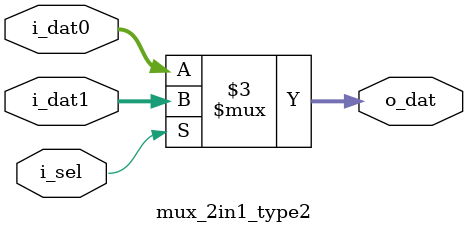
<source format=v>
module mux_2in1_type2 (i_dat0, i_dat1, i_sel, o_dat);

parameter WIDTH = 8;

input                    i_sel;
input       [WIDTH-1:0]  i_dat0;
input       [WIDTH-1:0]  i_dat1;
output reg  [WIDTH-1:0]  o_dat;

always @* begin
    if (i_sel)
        o_dat = i_dat1;
    else
        o_dat = i_dat0;
end

endmodule


</source>
